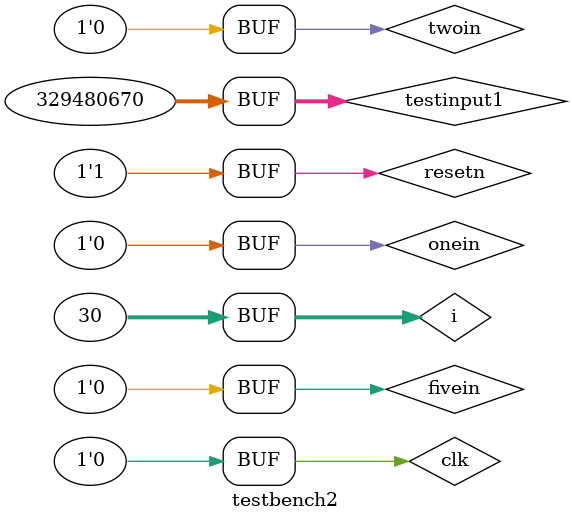
<source format=v>

module testbench2();
integer i;
reg clk,  resetn, onein, twoin, fivein;
reg [31:0] testinput1;
wire water, change;
vendingMachine ut(.clk(clk), .resetn(resetn), .onein(onein), .twoin(twoin), .fivein(fivein), .water(water), .change(change));
initial
begin	
	resetn=1;#1; resetn=0; #1; resetn=1;
	testinput1 = 32'b00010011101000110111100111011110;
	for( i=0; i<30; i=i+1)begin
	fivein = testinput1[i];
	twoin = testinput1[i+1];
	onein = testinput1[i+2];
	clk =1; #20; clk =0; #20;
	end
end
endmodule

</source>
